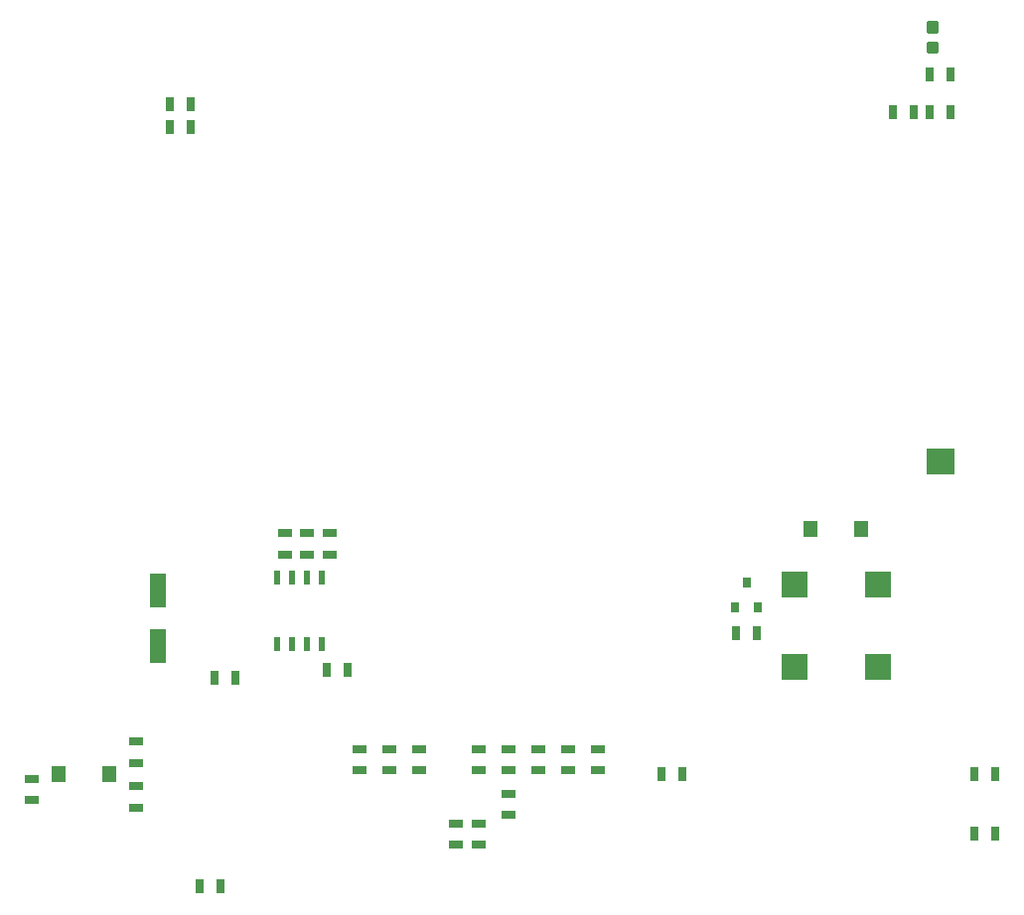
<source format=gtp>
G04 EAGLE Gerber RS-274X export*
G75*
%MOMM*%
%FSLAX34Y34*%
%LPD*%
%INSolderpaste Top*%
%IPPOS*%
%AMOC8*
5,1,8,0,0,1.08239X$1,22.5*%
G01*
%ADD10R,1.200000X0.800000*%
%ADD11R,0.800000X1.200000*%
%ADD12R,1.270000X1.470000*%
%ADD13R,0.600000X1.200000*%
%ADD14R,1.400000X3.000000*%
%ADD15C,0.300000*%
%ADD16R,2.489200X2.235200*%
%ADD17R,0.800000X0.900000*%
%ADD18R,2.300000X2.300000*%


D10*
X114300Y175150D03*
X114300Y193150D03*
X114300Y155050D03*
X114300Y137050D03*
D11*
X199500Y247650D03*
X181500Y247650D03*
X276750Y254000D03*
X294750Y254000D03*
D12*
X48350Y165100D03*
X91350Y165100D03*
D11*
X186800Y69850D03*
X168800Y69850D03*
D10*
X482600Y186800D03*
X482600Y168800D03*
X431800Y186800D03*
X431800Y168800D03*
X457200Y186800D03*
X457200Y168800D03*
X406400Y186800D03*
X406400Y168800D03*
X304800Y186800D03*
X304800Y168800D03*
X330200Y186800D03*
X330200Y168800D03*
X508000Y186800D03*
X508000Y168800D03*
X431800Y130700D03*
X431800Y148700D03*
X241300Y370950D03*
X241300Y352950D03*
X260350Y370950D03*
X260350Y352950D03*
X279400Y370950D03*
X279400Y352950D03*
X387350Y123300D03*
X387350Y105300D03*
X406400Y123300D03*
X406400Y105300D03*
D11*
X161400Y736600D03*
X143400Y736600D03*
X161400Y717550D03*
X143400Y717550D03*
D10*
X355600Y168800D03*
X355600Y186800D03*
D13*
X273050Y332800D03*
X260350Y332800D03*
X247650Y332800D03*
X234950Y332800D03*
X234950Y276800D03*
X247650Y276800D03*
X260350Y276800D03*
X273050Y276800D03*
D11*
X777350Y730250D03*
X759350Y730250D03*
X809100Y730250D03*
X791100Y730250D03*
D10*
X25400Y161400D03*
X25400Y143400D03*
D14*
X133350Y274450D03*
X133350Y322450D03*
D15*
X790250Y788480D02*
X797250Y788480D01*
X797250Y781480D01*
X790250Y781480D01*
X790250Y788480D01*
X790250Y784330D02*
X797250Y784330D01*
X797250Y787180D02*
X790250Y787180D01*
X790250Y806020D02*
X797250Y806020D01*
X797250Y799020D01*
X790250Y799020D01*
X790250Y806020D01*
X790250Y801870D02*
X797250Y801870D01*
X797250Y804720D02*
X790250Y804720D01*
D11*
X809100Y762000D03*
X791100Y762000D03*
X829200Y165100D03*
X847200Y165100D03*
X580500Y165100D03*
X562500Y165100D03*
X829200Y114300D03*
X847200Y114300D03*
D16*
X800100Y431800D03*
D12*
X689700Y374650D03*
X732700Y374650D03*
D17*
X625500Y307500D03*
X644500Y307500D03*
X635000Y328500D03*
D11*
X644000Y285750D03*
X626000Y285750D03*
D18*
X746700Y327600D03*
X746700Y256600D03*
X675700Y256600D03*
X675700Y327600D03*
M02*

</source>
